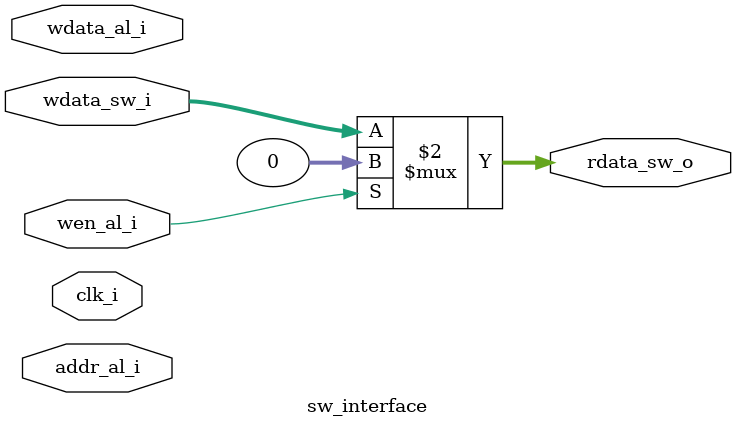
<source format=v>
module sw_interface(
    input clk_i,
    input[31:0] addr_al_i,
    input wen_al_i,
    input[31:0] wdata_al_i,
    input [31:0] wdata_sw_i,

    output [31:0] rdata_sw_o

);

assign rdata_sw_o =(!wen_al_i) ?wdata_sw_i:0;

endmodule
</source>
